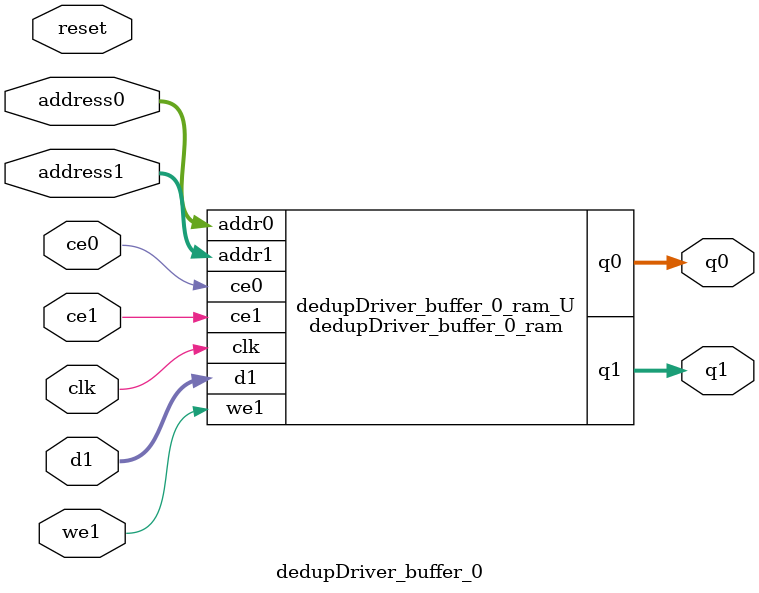
<source format=v>

`timescale 1 ns / 1 ps
module dedupDriver_buffer_0_ram (addr0, ce0, q0, addr1, ce1, d1, we1, q1,  clk);

parameter DWIDTH = 8;
parameter AWIDTH = 6;
parameter MEM_SIZE = 64;

input[AWIDTH-1:0] addr0;
input ce0;
output reg[DWIDTH-1:0] q0;
input[AWIDTH-1:0] addr1;
input ce1;
input[DWIDTH-1:0] d1;
input we1;
output reg[DWIDTH-1:0] q1;
input clk;

(* ram_style = "distributed" *)reg [DWIDTH-1:0] ram[MEM_SIZE-1:0];




always @(posedge clk)  
begin 
    if (ce0) 
    begin
            q0 <= ram[addr0];
    end
end


always @(posedge clk)  
begin 
    if (ce1) 
    begin
        if (we1) 
        begin 
            ram[addr1] <= d1; 
            q1 <= d1;
        end 
        else 
            q1 <= ram[addr1];
    end
end


endmodule


`timescale 1 ns / 1 ps
module dedupDriver_buffer_0(
    reset,
    clk,
    address0,
    ce0,
    q0,
    address1,
    ce1,
    we1,
    d1,
    q1);

parameter DataWidth = 32'd8;
parameter AddressRange = 32'd64;
parameter AddressWidth = 32'd6;
input reset;
input clk;
input[AddressWidth - 1:0] address0;
input ce0;
output[DataWidth - 1:0] q0;
input[AddressWidth - 1:0] address1;
input ce1;
input we1;
input[DataWidth - 1:0] d1;
output[DataWidth - 1:0] q1;



dedupDriver_buffer_0_ram dedupDriver_buffer_0_ram_U(
    .clk( clk ),
    .addr0( address0 ),
    .ce0( ce0 ),
    .q0( q0 ),
    .addr1( address1 ),
    .ce1( ce1 ),
    .d1( d1 ),
    .we1( we1 ),
    .q1( q1 ));

endmodule


</source>
